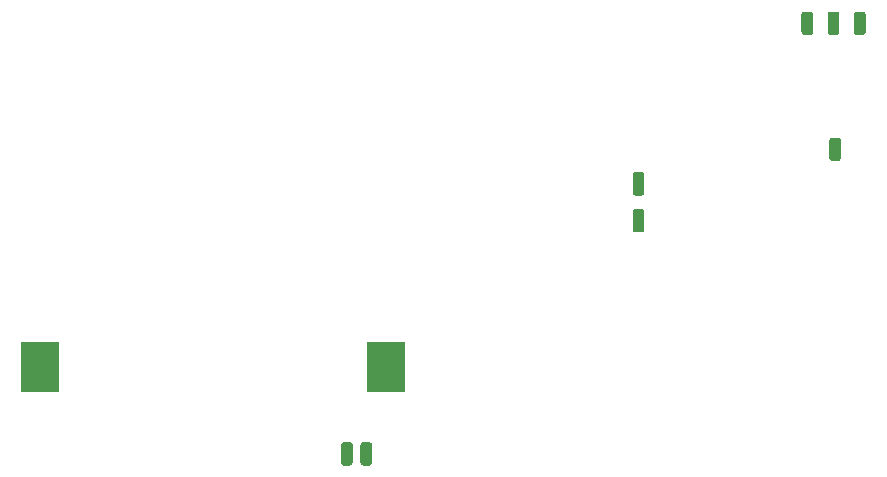
<source format=gbr>
%TF.GenerationSoftware,KiCad,Pcbnew,5.1.8-db9833491~87~ubuntu20.04.1*%
%TF.CreationDate,2020-11-28T22:09:30+05:30*%
%TF.ProjectId,esp_2fa_board_design,6573705f-3266-4615-9f62-6f6172645f64,v01*%
%TF.SameCoordinates,Original*%
%TF.FileFunction,Paste,Bot*%
%TF.FilePolarity,Positive*%
%FSLAX46Y46*%
G04 Gerber Fmt 4.6, Leading zero omitted, Abs format (unit mm)*
G04 Created by KiCad (PCBNEW 5.1.8-db9833491~87~ubuntu20.04.1) date 2020-11-28 22:09:30*
%MOMM*%
%LPD*%
G01*
G04 APERTURE LIST*
%ADD10R,3.200000X4.200000*%
G04 APERTURE END LIST*
%TO.C,TP5*%
G36*
G01*
X160663000Y-94285500D02*
X160663000Y-92785500D01*
G75*
G02*
X160913000Y-92535500I250000J0D01*
G01*
X161413000Y-92535500D01*
G75*
G02*
X161663000Y-92785500I0J-250000D01*
G01*
X161663000Y-94285500D01*
G75*
G02*
X161413000Y-94535500I-250000J0D01*
G01*
X160913000Y-94535500D01*
G75*
G02*
X160663000Y-94285500I0J250000D01*
G01*
G37*
%TD*%
%TO.C,TP8*%
G36*
G01*
X144026000Y-100318000D02*
X144026000Y-98818000D01*
G75*
G02*
X144276000Y-98568000I250000J0D01*
G01*
X144776000Y-98568000D01*
G75*
G02*
X145026000Y-98818000I0J-250000D01*
G01*
X145026000Y-100318000D01*
G75*
G02*
X144776000Y-100568000I-250000J0D01*
G01*
X144276000Y-100568000D01*
G75*
G02*
X144026000Y-100318000I0J250000D01*
G01*
G37*
%TD*%
%TO.C,TP7*%
G36*
G01*
X158313500Y-83617500D02*
X158313500Y-82117500D01*
G75*
G02*
X158563500Y-81867500I250000J0D01*
G01*
X159063500Y-81867500D01*
G75*
G02*
X159313500Y-82117500I0J-250000D01*
G01*
X159313500Y-83617500D01*
G75*
G02*
X159063500Y-83867500I-250000J0D01*
G01*
X158563500Y-83867500D01*
G75*
G02*
X158313500Y-83617500I0J250000D01*
G01*
G37*
%TD*%
%TO.C,TP6*%
G36*
G01*
X160536000Y-83617500D02*
X160536000Y-82117500D01*
G75*
G02*
X160786000Y-81867500I250000J0D01*
G01*
X161286000Y-81867500D01*
G75*
G02*
X161536000Y-82117500I0J-250000D01*
G01*
X161536000Y-83617500D01*
G75*
G02*
X161286000Y-83867500I-250000J0D01*
G01*
X160786000Y-83867500D01*
G75*
G02*
X160536000Y-83617500I0J250000D01*
G01*
G37*
%TD*%
%TO.C,TP3*%
G36*
G01*
X120975500Y-120066500D02*
X120975500Y-118566500D01*
G75*
G02*
X121225500Y-118316500I250000J0D01*
G01*
X121725500Y-118316500D01*
G75*
G02*
X121975500Y-118566500I0J-250000D01*
G01*
X121975500Y-120066500D01*
G75*
G02*
X121725500Y-120316500I-250000J0D01*
G01*
X121225500Y-120316500D01*
G75*
G02*
X120975500Y-120066500I0J250000D01*
G01*
G37*
%TD*%
%TO.C,TP2*%
G36*
G01*
X119324500Y-120066500D02*
X119324500Y-118566500D01*
G75*
G02*
X119574500Y-118316500I250000J0D01*
G01*
X120074500Y-118316500D01*
G75*
G02*
X120324500Y-118566500I0J-250000D01*
G01*
X120324500Y-120066500D01*
G75*
G02*
X120074500Y-120316500I-250000J0D01*
G01*
X119574500Y-120316500D01*
G75*
G02*
X119324500Y-120066500I0J250000D01*
G01*
G37*
%TD*%
%TO.C,TP4*%
G36*
G01*
X162758500Y-83617500D02*
X162758500Y-82117500D01*
G75*
G02*
X163008500Y-81867500I250000J0D01*
G01*
X163508500Y-81867500D01*
G75*
G02*
X163758500Y-82117500I0J-250000D01*
G01*
X163758500Y-83617500D01*
G75*
G02*
X163508500Y-83867500I-250000J0D01*
G01*
X163008500Y-83867500D01*
G75*
G02*
X162758500Y-83617500I0J250000D01*
G01*
G37*
%TD*%
%TO.C,TP1*%
G36*
G01*
X144026000Y-97206500D02*
X144026000Y-95706500D01*
G75*
G02*
X144276000Y-95456500I250000J0D01*
G01*
X144776000Y-95456500D01*
G75*
G02*
X145026000Y-95706500I0J-250000D01*
G01*
X145026000Y-97206500D01*
G75*
G02*
X144776000Y-97456500I-250000J0D01*
G01*
X144276000Y-97456500D01*
G75*
G02*
X144026000Y-97206500I0J250000D01*
G01*
G37*
%TD*%
D10*
%TO.C,BT1*%
X93850000Y-112000000D03*
X123150000Y-112000000D03*
%TD*%
M02*

</source>
